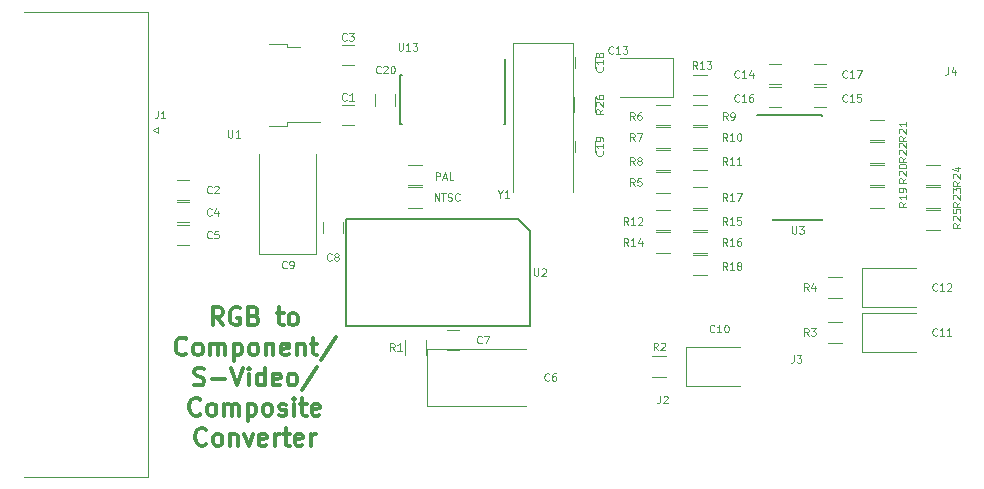
<source format=gto>
G04 #@! TF.FileFunction,Legend,Top*
%FSLAX46Y46*%
G04 Gerber Fmt 4.6, Leading zero omitted, Abs format (unit mm)*
G04 Created by KiCad (PCBNEW 4.0.7) date Sun Feb 25 19:35:09 2018*
%MOMM*%
%LPD*%
G01*
G04 APERTURE LIST*
%ADD10C,0.100000*%
%ADD11C,0.114300*%
%ADD12C,0.300000*%
%ADD13C,0.120000*%
%ADD14C,0.150000*%
G04 APERTURE END LIST*
D10*
D11*
X103858785Y-91727262D02*
X103858785Y-91092262D01*
X104221643Y-91727262D01*
X104221643Y-91092262D01*
X104433309Y-91092262D02*
X104796166Y-91092262D01*
X104614738Y-91727262D02*
X104614738Y-91092262D01*
X104977595Y-91697024D02*
X105068310Y-91727262D01*
X105219500Y-91727262D01*
X105279976Y-91697024D01*
X105310214Y-91666786D01*
X105340453Y-91606310D01*
X105340453Y-91545833D01*
X105310214Y-91485357D01*
X105279976Y-91455119D01*
X105219500Y-91424881D01*
X105098548Y-91394643D01*
X105038072Y-91364405D01*
X105007833Y-91334167D01*
X104977595Y-91273690D01*
X104977595Y-91213214D01*
X105007833Y-91152738D01*
X105038072Y-91122500D01*
X105098548Y-91092262D01*
X105249738Y-91092262D01*
X105340453Y-91122500D01*
X105975453Y-91666786D02*
X105945215Y-91697024D01*
X105854500Y-91727262D01*
X105794024Y-91727262D01*
X105703310Y-91697024D01*
X105642834Y-91636548D01*
X105612595Y-91576071D01*
X105582357Y-91455119D01*
X105582357Y-91364405D01*
X105612595Y-91243452D01*
X105642834Y-91182976D01*
X105703310Y-91122500D01*
X105794024Y-91092262D01*
X105854500Y-91092262D01*
X105945215Y-91122500D01*
X105975453Y-91152738D01*
X103952523Y-89949262D02*
X103952523Y-89314262D01*
X104194428Y-89314262D01*
X104254904Y-89344500D01*
X104285143Y-89374738D01*
X104315381Y-89435214D01*
X104315381Y-89525929D01*
X104285143Y-89586405D01*
X104254904Y-89616643D01*
X104194428Y-89646881D01*
X103952523Y-89646881D01*
X104557285Y-89767833D02*
X104859666Y-89767833D01*
X104496809Y-89949262D02*
X104708476Y-89314262D01*
X104920143Y-89949262D01*
X105434190Y-89949262D02*
X105131809Y-89949262D01*
X105131809Y-89314262D01*
D12*
X85931715Y-102258571D02*
X85431715Y-101544286D01*
X85074572Y-102258571D02*
X85074572Y-100758571D01*
X85646000Y-100758571D01*
X85788858Y-100830000D01*
X85860286Y-100901429D01*
X85931715Y-101044286D01*
X85931715Y-101258571D01*
X85860286Y-101401429D01*
X85788858Y-101472857D01*
X85646000Y-101544286D01*
X85074572Y-101544286D01*
X87360286Y-100830000D02*
X87217429Y-100758571D01*
X87003143Y-100758571D01*
X86788858Y-100830000D01*
X86646000Y-100972857D01*
X86574572Y-101115714D01*
X86503143Y-101401429D01*
X86503143Y-101615714D01*
X86574572Y-101901429D01*
X86646000Y-102044286D01*
X86788858Y-102187143D01*
X87003143Y-102258571D01*
X87146000Y-102258571D01*
X87360286Y-102187143D01*
X87431715Y-102115714D01*
X87431715Y-101615714D01*
X87146000Y-101615714D01*
X88574572Y-101472857D02*
X88788858Y-101544286D01*
X88860286Y-101615714D01*
X88931715Y-101758571D01*
X88931715Y-101972857D01*
X88860286Y-102115714D01*
X88788858Y-102187143D01*
X88646000Y-102258571D01*
X88074572Y-102258571D01*
X88074572Y-100758571D01*
X88574572Y-100758571D01*
X88717429Y-100830000D01*
X88788858Y-100901429D01*
X88860286Y-101044286D01*
X88860286Y-101187143D01*
X88788858Y-101330000D01*
X88717429Y-101401429D01*
X88574572Y-101472857D01*
X88074572Y-101472857D01*
X90503143Y-101258571D02*
X91074572Y-101258571D01*
X90717429Y-100758571D02*
X90717429Y-102044286D01*
X90788857Y-102187143D01*
X90931715Y-102258571D01*
X91074572Y-102258571D01*
X91788858Y-102258571D02*
X91646000Y-102187143D01*
X91574572Y-102115714D01*
X91503143Y-101972857D01*
X91503143Y-101544286D01*
X91574572Y-101401429D01*
X91646000Y-101330000D01*
X91788858Y-101258571D01*
X92003143Y-101258571D01*
X92146000Y-101330000D01*
X92217429Y-101401429D01*
X92288858Y-101544286D01*
X92288858Y-101972857D01*
X92217429Y-102115714D01*
X92146000Y-102187143D01*
X92003143Y-102258571D01*
X91788858Y-102258571D01*
X82860286Y-104665714D02*
X82788857Y-104737143D01*
X82574571Y-104808571D01*
X82431714Y-104808571D01*
X82217429Y-104737143D01*
X82074571Y-104594286D01*
X82003143Y-104451429D01*
X81931714Y-104165714D01*
X81931714Y-103951429D01*
X82003143Y-103665714D01*
X82074571Y-103522857D01*
X82217429Y-103380000D01*
X82431714Y-103308571D01*
X82574571Y-103308571D01*
X82788857Y-103380000D01*
X82860286Y-103451429D01*
X83717429Y-104808571D02*
X83574571Y-104737143D01*
X83503143Y-104665714D01*
X83431714Y-104522857D01*
X83431714Y-104094286D01*
X83503143Y-103951429D01*
X83574571Y-103880000D01*
X83717429Y-103808571D01*
X83931714Y-103808571D01*
X84074571Y-103880000D01*
X84146000Y-103951429D01*
X84217429Y-104094286D01*
X84217429Y-104522857D01*
X84146000Y-104665714D01*
X84074571Y-104737143D01*
X83931714Y-104808571D01*
X83717429Y-104808571D01*
X84860286Y-104808571D02*
X84860286Y-103808571D01*
X84860286Y-103951429D02*
X84931714Y-103880000D01*
X85074572Y-103808571D01*
X85288857Y-103808571D01*
X85431714Y-103880000D01*
X85503143Y-104022857D01*
X85503143Y-104808571D01*
X85503143Y-104022857D02*
X85574572Y-103880000D01*
X85717429Y-103808571D01*
X85931714Y-103808571D01*
X86074572Y-103880000D01*
X86146000Y-104022857D01*
X86146000Y-104808571D01*
X86860286Y-103808571D02*
X86860286Y-105308571D01*
X86860286Y-103880000D02*
X87003143Y-103808571D01*
X87288857Y-103808571D01*
X87431714Y-103880000D01*
X87503143Y-103951429D01*
X87574572Y-104094286D01*
X87574572Y-104522857D01*
X87503143Y-104665714D01*
X87431714Y-104737143D01*
X87288857Y-104808571D01*
X87003143Y-104808571D01*
X86860286Y-104737143D01*
X88431715Y-104808571D02*
X88288857Y-104737143D01*
X88217429Y-104665714D01*
X88146000Y-104522857D01*
X88146000Y-104094286D01*
X88217429Y-103951429D01*
X88288857Y-103880000D01*
X88431715Y-103808571D01*
X88646000Y-103808571D01*
X88788857Y-103880000D01*
X88860286Y-103951429D01*
X88931715Y-104094286D01*
X88931715Y-104522857D01*
X88860286Y-104665714D01*
X88788857Y-104737143D01*
X88646000Y-104808571D01*
X88431715Y-104808571D01*
X89574572Y-103808571D02*
X89574572Y-104808571D01*
X89574572Y-103951429D02*
X89646000Y-103880000D01*
X89788858Y-103808571D01*
X90003143Y-103808571D01*
X90146000Y-103880000D01*
X90217429Y-104022857D01*
X90217429Y-104808571D01*
X91503143Y-104737143D02*
X91360286Y-104808571D01*
X91074572Y-104808571D01*
X90931715Y-104737143D01*
X90860286Y-104594286D01*
X90860286Y-104022857D01*
X90931715Y-103880000D01*
X91074572Y-103808571D01*
X91360286Y-103808571D01*
X91503143Y-103880000D01*
X91574572Y-104022857D01*
X91574572Y-104165714D01*
X90860286Y-104308571D01*
X92217429Y-103808571D02*
X92217429Y-104808571D01*
X92217429Y-103951429D02*
X92288857Y-103880000D01*
X92431715Y-103808571D01*
X92646000Y-103808571D01*
X92788857Y-103880000D01*
X92860286Y-104022857D01*
X92860286Y-104808571D01*
X93360286Y-103808571D02*
X93931715Y-103808571D01*
X93574572Y-103308571D02*
X93574572Y-104594286D01*
X93646000Y-104737143D01*
X93788858Y-104808571D01*
X93931715Y-104808571D01*
X95503143Y-103237143D02*
X94217429Y-105165714D01*
X83503143Y-107287143D02*
X83717429Y-107358571D01*
X84074572Y-107358571D01*
X84217429Y-107287143D01*
X84288858Y-107215714D01*
X84360286Y-107072857D01*
X84360286Y-106930000D01*
X84288858Y-106787143D01*
X84217429Y-106715714D01*
X84074572Y-106644286D01*
X83788858Y-106572857D01*
X83646000Y-106501429D01*
X83574572Y-106430000D01*
X83503143Y-106287143D01*
X83503143Y-106144286D01*
X83574572Y-106001429D01*
X83646000Y-105930000D01*
X83788858Y-105858571D01*
X84146000Y-105858571D01*
X84360286Y-105930000D01*
X85003143Y-106787143D02*
X86146000Y-106787143D01*
X86646000Y-105858571D02*
X87146000Y-107358571D01*
X87646000Y-105858571D01*
X88146000Y-107358571D02*
X88146000Y-106358571D01*
X88146000Y-105858571D02*
X88074571Y-105930000D01*
X88146000Y-106001429D01*
X88217428Y-105930000D01*
X88146000Y-105858571D01*
X88146000Y-106001429D01*
X89503143Y-107358571D02*
X89503143Y-105858571D01*
X89503143Y-107287143D02*
X89360286Y-107358571D01*
X89074572Y-107358571D01*
X88931714Y-107287143D01*
X88860286Y-107215714D01*
X88788857Y-107072857D01*
X88788857Y-106644286D01*
X88860286Y-106501429D01*
X88931714Y-106430000D01*
X89074572Y-106358571D01*
X89360286Y-106358571D01*
X89503143Y-106430000D01*
X90788857Y-107287143D02*
X90646000Y-107358571D01*
X90360286Y-107358571D01*
X90217429Y-107287143D01*
X90146000Y-107144286D01*
X90146000Y-106572857D01*
X90217429Y-106430000D01*
X90360286Y-106358571D01*
X90646000Y-106358571D01*
X90788857Y-106430000D01*
X90860286Y-106572857D01*
X90860286Y-106715714D01*
X90146000Y-106858571D01*
X91717429Y-107358571D02*
X91574571Y-107287143D01*
X91503143Y-107215714D01*
X91431714Y-107072857D01*
X91431714Y-106644286D01*
X91503143Y-106501429D01*
X91574571Y-106430000D01*
X91717429Y-106358571D01*
X91931714Y-106358571D01*
X92074571Y-106430000D01*
X92146000Y-106501429D01*
X92217429Y-106644286D01*
X92217429Y-107072857D01*
X92146000Y-107215714D01*
X92074571Y-107287143D01*
X91931714Y-107358571D01*
X91717429Y-107358571D01*
X93931714Y-105787143D02*
X92646000Y-107715714D01*
X84038857Y-109765714D02*
X83967428Y-109837143D01*
X83753142Y-109908571D01*
X83610285Y-109908571D01*
X83396000Y-109837143D01*
X83253142Y-109694286D01*
X83181714Y-109551429D01*
X83110285Y-109265714D01*
X83110285Y-109051429D01*
X83181714Y-108765714D01*
X83253142Y-108622857D01*
X83396000Y-108480000D01*
X83610285Y-108408571D01*
X83753142Y-108408571D01*
X83967428Y-108480000D01*
X84038857Y-108551429D01*
X84896000Y-109908571D02*
X84753142Y-109837143D01*
X84681714Y-109765714D01*
X84610285Y-109622857D01*
X84610285Y-109194286D01*
X84681714Y-109051429D01*
X84753142Y-108980000D01*
X84896000Y-108908571D01*
X85110285Y-108908571D01*
X85253142Y-108980000D01*
X85324571Y-109051429D01*
X85396000Y-109194286D01*
X85396000Y-109622857D01*
X85324571Y-109765714D01*
X85253142Y-109837143D01*
X85110285Y-109908571D01*
X84896000Y-109908571D01*
X86038857Y-109908571D02*
X86038857Y-108908571D01*
X86038857Y-109051429D02*
X86110285Y-108980000D01*
X86253143Y-108908571D01*
X86467428Y-108908571D01*
X86610285Y-108980000D01*
X86681714Y-109122857D01*
X86681714Y-109908571D01*
X86681714Y-109122857D02*
X86753143Y-108980000D01*
X86896000Y-108908571D01*
X87110285Y-108908571D01*
X87253143Y-108980000D01*
X87324571Y-109122857D01*
X87324571Y-109908571D01*
X88038857Y-108908571D02*
X88038857Y-110408571D01*
X88038857Y-108980000D02*
X88181714Y-108908571D01*
X88467428Y-108908571D01*
X88610285Y-108980000D01*
X88681714Y-109051429D01*
X88753143Y-109194286D01*
X88753143Y-109622857D01*
X88681714Y-109765714D01*
X88610285Y-109837143D01*
X88467428Y-109908571D01*
X88181714Y-109908571D01*
X88038857Y-109837143D01*
X89610286Y-109908571D02*
X89467428Y-109837143D01*
X89396000Y-109765714D01*
X89324571Y-109622857D01*
X89324571Y-109194286D01*
X89396000Y-109051429D01*
X89467428Y-108980000D01*
X89610286Y-108908571D01*
X89824571Y-108908571D01*
X89967428Y-108980000D01*
X90038857Y-109051429D01*
X90110286Y-109194286D01*
X90110286Y-109622857D01*
X90038857Y-109765714D01*
X89967428Y-109837143D01*
X89824571Y-109908571D01*
X89610286Y-109908571D01*
X90681714Y-109837143D02*
X90824571Y-109908571D01*
X91110286Y-109908571D01*
X91253143Y-109837143D01*
X91324571Y-109694286D01*
X91324571Y-109622857D01*
X91253143Y-109480000D01*
X91110286Y-109408571D01*
X90896000Y-109408571D01*
X90753143Y-109337143D01*
X90681714Y-109194286D01*
X90681714Y-109122857D01*
X90753143Y-108980000D01*
X90896000Y-108908571D01*
X91110286Y-108908571D01*
X91253143Y-108980000D01*
X91967429Y-109908571D02*
X91967429Y-108908571D01*
X91967429Y-108408571D02*
X91896000Y-108480000D01*
X91967429Y-108551429D01*
X92038857Y-108480000D01*
X91967429Y-108408571D01*
X91967429Y-108551429D01*
X92467429Y-108908571D02*
X93038858Y-108908571D01*
X92681715Y-108408571D02*
X92681715Y-109694286D01*
X92753143Y-109837143D01*
X92896001Y-109908571D01*
X93038858Y-109908571D01*
X94110286Y-109837143D02*
X93967429Y-109908571D01*
X93681715Y-109908571D01*
X93538858Y-109837143D01*
X93467429Y-109694286D01*
X93467429Y-109122857D01*
X93538858Y-108980000D01*
X93681715Y-108908571D01*
X93967429Y-108908571D01*
X94110286Y-108980000D01*
X94181715Y-109122857D01*
X94181715Y-109265714D01*
X93467429Y-109408571D01*
X84538858Y-112315714D02*
X84467429Y-112387143D01*
X84253143Y-112458571D01*
X84110286Y-112458571D01*
X83896001Y-112387143D01*
X83753143Y-112244286D01*
X83681715Y-112101429D01*
X83610286Y-111815714D01*
X83610286Y-111601429D01*
X83681715Y-111315714D01*
X83753143Y-111172857D01*
X83896001Y-111030000D01*
X84110286Y-110958571D01*
X84253143Y-110958571D01*
X84467429Y-111030000D01*
X84538858Y-111101429D01*
X85396001Y-112458571D02*
X85253143Y-112387143D01*
X85181715Y-112315714D01*
X85110286Y-112172857D01*
X85110286Y-111744286D01*
X85181715Y-111601429D01*
X85253143Y-111530000D01*
X85396001Y-111458571D01*
X85610286Y-111458571D01*
X85753143Y-111530000D01*
X85824572Y-111601429D01*
X85896001Y-111744286D01*
X85896001Y-112172857D01*
X85824572Y-112315714D01*
X85753143Y-112387143D01*
X85610286Y-112458571D01*
X85396001Y-112458571D01*
X86538858Y-111458571D02*
X86538858Y-112458571D01*
X86538858Y-111601429D02*
X86610286Y-111530000D01*
X86753144Y-111458571D01*
X86967429Y-111458571D01*
X87110286Y-111530000D01*
X87181715Y-111672857D01*
X87181715Y-112458571D01*
X87753144Y-111458571D02*
X88110287Y-112458571D01*
X88467429Y-111458571D01*
X89610286Y-112387143D02*
X89467429Y-112458571D01*
X89181715Y-112458571D01*
X89038858Y-112387143D01*
X88967429Y-112244286D01*
X88967429Y-111672857D01*
X89038858Y-111530000D01*
X89181715Y-111458571D01*
X89467429Y-111458571D01*
X89610286Y-111530000D01*
X89681715Y-111672857D01*
X89681715Y-111815714D01*
X88967429Y-111958571D01*
X90324572Y-112458571D02*
X90324572Y-111458571D01*
X90324572Y-111744286D02*
X90396000Y-111601429D01*
X90467429Y-111530000D01*
X90610286Y-111458571D01*
X90753143Y-111458571D01*
X91038857Y-111458571D02*
X91610286Y-111458571D01*
X91253143Y-110958571D02*
X91253143Y-112244286D01*
X91324571Y-112387143D01*
X91467429Y-112458571D01*
X91610286Y-112458571D01*
X92681714Y-112387143D02*
X92538857Y-112458571D01*
X92253143Y-112458571D01*
X92110286Y-112387143D01*
X92038857Y-112244286D01*
X92038857Y-111672857D01*
X92110286Y-111530000D01*
X92253143Y-111458571D01*
X92538857Y-111458571D01*
X92681714Y-111530000D01*
X92753143Y-111672857D01*
X92753143Y-111815714D01*
X92038857Y-111958571D01*
X93396000Y-112458571D02*
X93396000Y-111458571D01*
X93396000Y-111744286D02*
X93467428Y-111601429D01*
X93538857Y-111530000D01*
X93681714Y-111458571D01*
X93824571Y-111458571D01*
D13*
X89870000Y-85365000D02*
X91370000Y-85365000D01*
X91370000Y-85365000D02*
X91370000Y-85095000D01*
X91370000Y-85095000D02*
X94200000Y-85095000D01*
X89870000Y-78465000D02*
X91370000Y-78465000D01*
X91370000Y-78465000D02*
X91370000Y-78735000D01*
X91370000Y-78735000D02*
X92470000Y-78735000D01*
X103200000Y-104280000D02*
X111600000Y-104280000D01*
X103200000Y-109080000D02*
X111600000Y-109080000D01*
X103200000Y-104280000D02*
X103200000Y-109080000D01*
X97020000Y-83605000D02*
X96020000Y-83605000D01*
X96020000Y-85305000D02*
X97020000Y-85305000D01*
X83050000Y-89955000D02*
X82050000Y-89955000D01*
X82050000Y-91655000D02*
X83050000Y-91655000D01*
X97020000Y-78525000D02*
X96020000Y-78525000D01*
X96020000Y-80225000D02*
X97020000Y-80225000D01*
X83050000Y-91860000D02*
X82050000Y-91860000D01*
X82050000Y-93560000D02*
X83050000Y-93560000D01*
X83050000Y-93765000D02*
X82050000Y-93765000D01*
X82050000Y-95465000D02*
X83050000Y-95465000D01*
X105910000Y-102655000D02*
X104910000Y-102655000D01*
X104910000Y-104355000D02*
X105910000Y-104355000D01*
X94400000Y-93480000D02*
X94400000Y-94480000D01*
X96100000Y-94480000D02*
X96100000Y-93480000D01*
X89040000Y-96190000D02*
X89040000Y-87790000D01*
X93840000Y-96190000D02*
X93840000Y-87790000D01*
X89040000Y-96190000D02*
X93840000Y-96190000D01*
X125152500Y-104077500D02*
X129702500Y-104077500D01*
X125152500Y-107377500D02*
X129702500Y-107377500D01*
X125152500Y-104077500D02*
X125152500Y-107377500D01*
X140075000Y-101220000D02*
X144625000Y-101220000D01*
X140075000Y-104520000D02*
X144625000Y-104520000D01*
X140075000Y-101220000D02*
X140075000Y-104520000D01*
X140075000Y-97410000D02*
X144625000Y-97410000D01*
X140075000Y-100710000D02*
X144625000Y-100710000D01*
X140075000Y-97410000D02*
X140075000Y-100710000D01*
X124085000Y-82930000D02*
X119535000Y-82930000D01*
X124085000Y-79630000D02*
X119535000Y-79630000D01*
X124085000Y-82930000D02*
X124085000Y-79630000D01*
X133215000Y-80176000D02*
X132215000Y-80176000D01*
X132215000Y-81876000D02*
X133215000Y-81876000D01*
X137025000Y-82081000D02*
X136025000Y-82081000D01*
X136025000Y-83781000D02*
X137025000Y-83781000D01*
X133215000Y-82081000D02*
X132215000Y-82081000D01*
X132215000Y-83781000D02*
X133215000Y-83781000D01*
X137025000Y-80176000D02*
X136025000Y-80176000D01*
X136025000Y-81876000D02*
X137025000Y-81876000D01*
X69115000Y-75760000D02*
X79595000Y-75760000D01*
X79595000Y-75760000D02*
X79595000Y-115080000D01*
X79595000Y-115080000D02*
X69115000Y-115080000D01*
X80489338Y-85475000D02*
X80489338Y-85975000D01*
X80489338Y-85975000D02*
X80056325Y-85725000D01*
X80056325Y-85725000D02*
X80489338Y-85475000D01*
X103115000Y-103540000D02*
X103115000Y-104740000D01*
X101355000Y-104740000D02*
X101355000Y-103540000D01*
X123472500Y-106607500D02*
X122272500Y-106607500D01*
X122272500Y-104847500D02*
X123472500Y-104847500D01*
X138395000Y-103750000D02*
X137195000Y-103750000D01*
X137195000Y-101990000D02*
X138395000Y-101990000D01*
X138395000Y-99940000D02*
X137195000Y-99940000D01*
X137195000Y-98180000D02*
X138395000Y-98180000D01*
X123790000Y-91050000D02*
X122590000Y-91050000D01*
X122590000Y-89290000D02*
X123790000Y-89290000D01*
X123790000Y-85335000D02*
X122590000Y-85335000D01*
X122590000Y-83575000D02*
X123790000Y-83575000D01*
X123790000Y-87240000D02*
X122590000Y-87240000D01*
X122590000Y-85480000D02*
X123790000Y-85480000D01*
X123790000Y-89145000D02*
X122590000Y-89145000D01*
X122590000Y-87385000D02*
X123790000Y-87385000D01*
X126965000Y-87240000D02*
X125765000Y-87240000D01*
X125765000Y-85480000D02*
X126965000Y-85480000D01*
X125765000Y-83575000D02*
X126965000Y-83575000D01*
X126965000Y-85335000D02*
X125765000Y-85335000D01*
X126965000Y-89145000D02*
X125765000Y-89145000D01*
X125765000Y-87385000D02*
X126965000Y-87385000D01*
X123790000Y-94225000D02*
X122590000Y-94225000D01*
X122590000Y-92465000D02*
X123790000Y-92465000D01*
X126965000Y-82795000D02*
X125765000Y-82795000D01*
X125765000Y-81035000D02*
X126965000Y-81035000D01*
X122590000Y-94370000D02*
X123790000Y-94370000D01*
X123790000Y-96130000D02*
X122590000Y-96130000D01*
X126965000Y-96130000D02*
X125765000Y-96130000D01*
X125765000Y-94370000D02*
X126965000Y-94370000D01*
X125765000Y-92465000D02*
X126965000Y-92465000D01*
X126965000Y-94225000D02*
X125765000Y-94225000D01*
X126965000Y-92320000D02*
X125765000Y-92320000D01*
X125765000Y-90560000D02*
X126965000Y-90560000D01*
X125765000Y-96275000D02*
X126965000Y-96275000D01*
X126965000Y-98035000D02*
X125765000Y-98035000D01*
X141951000Y-92320000D02*
X140751000Y-92320000D01*
X140751000Y-90560000D02*
X141951000Y-90560000D01*
X140751000Y-88655000D02*
X141951000Y-88655000D01*
X141951000Y-90415000D02*
X140751000Y-90415000D01*
X141951000Y-86605000D02*
X140751000Y-86605000D01*
X140751000Y-84845000D02*
X141951000Y-84845000D01*
X140751000Y-86750000D02*
X141951000Y-86750000D01*
X141951000Y-88510000D02*
X140751000Y-88510000D01*
X146650000Y-92320000D02*
X145450000Y-92320000D01*
X145450000Y-90560000D02*
X146650000Y-90560000D01*
X146650000Y-90415000D02*
X145450000Y-90415000D01*
X145450000Y-88655000D02*
X146650000Y-88655000D01*
X146650000Y-94225000D02*
X145450000Y-94225000D01*
X145450000Y-92465000D02*
X146650000Y-92465000D01*
D14*
X110925000Y-93290000D02*
X111925000Y-94290000D01*
X111925000Y-102290000D02*
X111925000Y-94290000D01*
X110925000Y-93290000D02*
X96355000Y-93290000D01*
X96355000Y-93290000D02*
X96355000Y-102290000D01*
X96355000Y-102290000D02*
X111925000Y-102290000D01*
X132545000Y-84450000D02*
X132545000Y-84475000D01*
X136695000Y-84450000D02*
X136695000Y-84565000D01*
X136695000Y-93350000D02*
X136695000Y-93235000D01*
X132545000Y-93350000D02*
X132545000Y-93235000D01*
X132545000Y-84450000D02*
X136695000Y-84450000D01*
X132545000Y-93350000D02*
X136695000Y-93350000D01*
X132545000Y-84475000D02*
X131170000Y-84475000D01*
D13*
X115736000Y-79510000D02*
X115736000Y-80510000D01*
X117436000Y-80510000D02*
X117436000Y-79510000D01*
X115736000Y-86622000D02*
X115736000Y-87622000D01*
X117436000Y-87622000D02*
X117436000Y-86622000D01*
X100545000Y-83685000D02*
X100545000Y-82685000D01*
X98845000Y-82685000D02*
X98845000Y-83685000D01*
X115706000Y-84166000D02*
X115706000Y-82966000D01*
X117466000Y-82966000D02*
X117466000Y-84166000D01*
D14*
X109860000Y-81110000D02*
X109835000Y-81110000D01*
X109860000Y-85260000D02*
X109745000Y-85260000D01*
X100960000Y-85260000D02*
X101075000Y-85260000D01*
X100960000Y-81110000D02*
X101075000Y-81110000D01*
X109860000Y-81110000D02*
X109860000Y-85260000D01*
X100960000Y-81110000D02*
X100960000Y-85260000D01*
X109835000Y-81110000D02*
X109835000Y-79735000D01*
D13*
X115580000Y-90990000D02*
X115580000Y-78390000D01*
X115580000Y-78390000D02*
X110480000Y-78390000D01*
X110480000Y-78390000D02*
X110480000Y-90990000D01*
X102835000Y-92320000D02*
X101635000Y-92320000D01*
X101635000Y-90560000D02*
X102835000Y-90560000D01*
X102835000Y-90415000D02*
X101635000Y-90415000D01*
X101635000Y-88655000D02*
X102835000Y-88655000D01*
D11*
X147362333Y-80424262D02*
X147362333Y-80877833D01*
X147332095Y-80968548D01*
X147271619Y-81029024D01*
X147180904Y-81059262D01*
X147120428Y-81059262D01*
X147936857Y-80635929D02*
X147936857Y-81059262D01*
X147785667Y-80394024D02*
X147634476Y-80847595D01*
X148027572Y-80847595D01*
X86384190Y-85758262D02*
X86384190Y-86272310D01*
X86414429Y-86332786D01*
X86444667Y-86363024D01*
X86505143Y-86393262D01*
X86626095Y-86393262D01*
X86686571Y-86363024D01*
X86716810Y-86332786D01*
X86747048Y-86272310D01*
X86747048Y-85758262D01*
X87382048Y-86393262D02*
X87019190Y-86393262D01*
X87200619Y-86393262D02*
X87200619Y-85758262D01*
X87140143Y-85848976D01*
X87079667Y-85909452D01*
X87019190Y-85939690D01*
X113559167Y-106906786D02*
X113528929Y-106937024D01*
X113438214Y-106967262D01*
X113377738Y-106967262D01*
X113287024Y-106937024D01*
X113226548Y-106876548D01*
X113196309Y-106816071D01*
X113166071Y-106695119D01*
X113166071Y-106604405D01*
X113196309Y-106483452D01*
X113226548Y-106422976D01*
X113287024Y-106362500D01*
X113377738Y-106332262D01*
X113438214Y-106332262D01*
X113528929Y-106362500D01*
X113559167Y-106392738D01*
X114103452Y-106332262D02*
X113982500Y-106332262D01*
X113922024Y-106362500D01*
X113891786Y-106392738D01*
X113831309Y-106483452D01*
X113801071Y-106604405D01*
X113801071Y-106846310D01*
X113831309Y-106906786D01*
X113861548Y-106937024D01*
X113922024Y-106967262D01*
X114042976Y-106967262D01*
X114103452Y-106937024D01*
X114133690Y-106906786D01*
X114163929Y-106846310D01*
X114163929Y-106695119D01*
X114133690Y-106634643D01*
X114103452Y-106604405D01*
X114042976Y-106574167D01*
X113922024Y-106574167D01*
X113861548Y-106604405D01*
X113831309Y-106634643D01*
X113801071Y-106695119D01*
X96414167Y-83181786D02*
X96383929Y-83212024D01*
X96293214Y-83242262D01*
X96232738Y-83242262D01*
X96142024Y-83212024D01*
X96081548Y-83151548D01*
X96051309Y-83091071D01*
X96021071Y-82970119D01*
X96021071Y-82879405D01*
X96051309Y-82758452D01*
X96081548Y-82697976D01*
X96142024Y-82637500D01*
X96232738Y-82607262D01*
X96293214Y-82607262D01*
X96383929Y-82637500D01*
X96414167Y-82667738D01*
X97018929Y-83242262D02*
X96656071Y-83242262D01*
X96837500Y-83242262D02*
X96837500Y-82607262D01*
X96777024Y-82697976D01*
X96716548Y-82758452D01*
X96656071Y-82788690D01*
X84984167Y-91031786D02*
X84953929Y-91062024D01*
X84863214Y-91092262D01*
X84802738Y-91092262D01*
X84712024Y-91062024D01*
X84651548Y-91001548D01*
X84621309Y-90941071D01*
X84591071Y-90820119D01*
X84591071Y-90729405D01*
X84621309Y-90608452D01*
X84651548Y-90547976D01*
X84712024Y-90487500D01*
X84802738Y-90457262D01*
X84863214Y-90457262D01*
X84953929Y-90487500D01*
X84984167Y-90517738D01*
X85226071Y-90517738D02*
X85256309Y-90487500D01*
X85316786Y-90457262D01*
X85467976Y-90457262D01*
X85528452Y-90487500D01*
X85558690Y-90517738D01*
X85588929Y-90578214D01*
X85588929Y-90638690D01*
X85558690Y-90729405D01*
X85195833Y-91092262D01*
X85588929Y-91092262D01*
X96414167Y-78101786D02*
X96383929Y-78132024D01*
X96293214Y-78162262D01*
X96232738Y-78162262D01*
X96142024Y-78132024D01*
X96081548Y-78071548D01*
X96051309Y-78011071D01*
X96021071Y-77890119D01*
X96021071Y-77799405D01*
X96051309Y-77678452D01*
X96081548Y-77617976D01*
X96142024Y-77557500D01*
X96232738Y-77527262D01*
X96293214Y-77527262D01*
X96383929Y-77557500D01*
X96414167Y-77587738D01*
X96625833Y-77527262D02*
X97018929Y-77527262D01*
X96807262Y-77769167D01*
X96897976Y-77769167D01*
X96958452Y-77799405D01*
X96988690Y-77829643D01*
X97018929Y-77890119D01*
X97018929Y-78041310D01*
X96988690Y-78101786D01*
X96958452Y-78132024D01*
X96897976Y-78162262D01*
X96716548Y-78162262D01*
X96656071Y-78132024D01*
X96625833Y-78101786D01*
X84984167Y-92936786D02*
X84953929Y-92967024D01*
X84863214Y-92997262D01*
X84802738Y-92997262D01*
X84712024Y-92967024D01*
X84651548Y-92906548D01*
X84621309Y-92846071D01*
X84591071Y-92725119D01*
X84591071Y-92634405D01*
X84621309Y-92513452D01*
X84651548Y-92452976D01*
X84712024Y-92392500D01*
X84802738Y-92362262D01*
X84863214Y-92362262D01*
X84953929Y-92392500D01*
X84984167Y-92422738D01*
X85528452Y-92573929D02*
X85528452Y-92997262D01*
X85377262Y-92332024D02*
X85226071Y-92785595D01*
X85619167Y-92785595D01*
X84984167Y-94841786D02*
X84953929Y-94872024D01*
X84863214Y-94902262D01*
X84802738Y-94902262D01*
X84712024Y-94872024D01*
X84651548Y-94811548D01*
X84621309Y-94751071D01*
X84591071Y-94630119D01*
X84591071Y-94539405D01*
X84621309Y-94418452D01*
X84651548Y-94357976D01*
X84712024Y-94297500D01*
X84802738Y-94267262D01*
X84863214Y-94267262D01*
X84953929Y-94297500D01*
X84984167Y-94327738D01*
X85558690Y-94267262D02*
X85256309Y-94267262D01*
X85226071Y-94569643D01*
X85256309Y-94539405D01*
X85316786Y-94509167D01*
X85467976Y-94509167D01*
X85528452Y-94539405D01*
X85558690Y-94569643D01*
X85588929Y-94630119D01*
X85588929Y-94781310D01*
X85558690Y-94841786D01*
X85528452Y-94872024D01*
X85467976Y-94902262D01*
X85316786Y-94902262D01*
X85256309Y-94872024D01*
X85226071Y-94841786D01*
X107844167Y-103731786D02*
X107813929Y-103762024D01*
X107723214Y-103792262D01*
X107662738Y-103792262D01*
X107572024Y-103762024D01*
X107511548Y-103701548D01*
X107481309Y-103641071D01*
X107451071Y-103520119D01*
X107451071Y-103429405D01*
X107481309Y-103308452D01*
X107511548Y-103247976D01*
X107572024Y-103187500D01*
X107662738Y-103157262D01*
X107723214Y-103157262D01*
X107813929Y-103187500D01*
X107844167Y-103217738D01*
X108055833Y-103157262D02*
X108479167Y-103157262D01*
X108207024Y-103792262D01*
X95144167Y-96746786D02*
X95113929Y-96777024D01*
X95023214Y-96807262D01*
X94962738Y-96807262D01*
X94872024Y-96777024D01*
X94811548Y-96716548D01*
X94781309Y-96656071D01*
X94751071Y-96535119D01*
X94751071Y-96444405D01*
X94781309Y-96323452D01*
X94811548Y-96262976D01*
X94872024Y-96202500D01*
X94962738Y-96172262D01*
X95023214Y-96172262D01*
X95113929Y-96202500D01*
X95144167Y-96232738D01*
X95507024Y-96444405D02*
X95446548Y-96414167D01*
X95416309Y-96383929D01*
X95386071Y-96323452D01*
X95386071Y-96293214D01*
X95416309Y-96232738D01*
X95446548Y-96202500D01*
X95507024Y-96172262D01*
X95627976Y-96172262D01*
X95688452Y-96202500D01*
X95718690Y-96232738D01*
X95748929Y-96293214D01*
X95748929Y-96323452D01*
X95718690Y-96383929D01*
X95688452Y-96414167D01*
X95627976Y-96444405D01*
X95507024Y-96444405D01*
X95446548Y-96474643D01*
X95416309Y-96504881D01*
X95386071Y-96565357D01*
X95386071Y-96686310D01*
X95416309Y-96746786D01*
X95446548Y-96777024D01*
X95507024Y-96807262D01*
X95627976Y-96807262D01*
X95688452Y-96777024D01*
X95718690Y-96746786D01*
X95748929Y-96686310D01*
X95748929Y-96565357D01*
X95718690Y-96504881D01*
X95688452Y-96474643D01*
X95627976Y-96444405D01*
X91334167Y-97381786D02*
X91303929Y-97412024D01*
X91213214Y-97442262D01*
X91152738Y-97442262D01*
X91062024Y-97412024D01*
X91001548Y-97351548D01*
X90971309Y-97291071D01*
X90941071Y-97170119D01*
X90941071Y-97079405D01*
X90971309Y-96958452D01*
X91001548Y-96897976D01*
X91062024Y-96837500D01*
X91152738Y-96807262D01*
X91213214Y-96807262D01*
X91303929Y-96837500D01*
X91334167Y-96867738D01*
X91636548Y-97442262D02*
X91757500Y-97442262D01*
X91817976Y-97412024D01*
X91848214Y-97381786D01*
X91908690Y-97291071D01*
X91938929Y-97170119D01*
X91938929Y-96928214D01*
X91908690Y-96867738D01*
X91878452Y-96837500D01*
X91817976Y-96807262D01*
X91697024Y-96807262D01*
X91636548Y-96837500D01*
X91606309Y-96867738D01*
X91576071Y-96928214D01*
X91576071Y-97079405D01*
X91606309Y-97139881D01*
X91636548Y-97170119D01*
X91697024Y-97200357D01*
X91817976Y-97200357D01*
X91878452Y-97170119D01*
X91908690Y-97139881D01*
X91938929Y-97079405D01*
X127544286Y-102804286D02*
X127514048Y-102834524D01*
X127423333Y-102864762D01*
X127362857Y-102864762D01*
X127272143Y-102834524D01*
X127211667Y-102774048D01*
X127181428Y-102713571D01*
X127151190Y-102592619D01*
X127151190Y-102501905D01*
X127181428Y-102380952D01*
X127211667Y-102320476D01*
X127272143Y-102260000D01*
X127362857Y-102229762D01*
X127423333Y-102229762D01*
X127514048Y-102260000D01*
X127544286Y-102290238D01*
X128149048Y-102864762D02*
X127786190Y-102864762D01*
X127967619Y-102864762D02*
X127967619Y-102229762D01*
X127907143Y-102320476D01*
X127846667Y-102380952D01*
X127786190Y-102411190D01*
X128542143Y-102229762D02*
X128602619Y-102229762D01*
X128663095Y-102260000D01*
X128693333Y-102290238D01*
X128723571Y-102350714D01*
X128753810Y-102471667D01*
X128753810Y-102622857D01*
X128723571Y-102743810D01*
X128693333Y-102804286D01*
X128663095Y-102834524D01*
X128602619Y-102864762D01*
X128542143Y-102864762D01*
X128481667Y-102834524D01*
X128451429Y-102804286D01*
X128421190Y-102743810D01*
X128390952Y-102622857D01*
X128390952Y-102471667D01*
X128421190Y-102350714D01*
X128451429Y-102290238D01*
X128481667Y-102260000D01*
X128542143Y-102229762D01*
X146403786Y-103096786D02*
X146373548Y-103127024D01*
X146282833Y-103157262D01*
X146222357Y-103157262D01*
X146131643Y-103127024D01*
X146071167Y-103066548D01*
X146040928Y-103006071D01*
X146010690Y-102885119D01*
X146010690Y-102794405D01*
X146040928Y-102673452D01*
X146071167Y-102612976D01*
X146131643Y-102552500D01*
X146222357Y-102522262D01*
X146282833Y-102522262D01*
X146373548Y-102552500D01*
X146403786Y-102582738D01*
X147008548Y-103157262D02*
X146645690Y-103157262D01*
X146827119Y-103157262D02*
X146827119Y-102522262D01*
X146766643Y-102612976D01*
X146706167Y-102673452D01*
X146645690Y-102703690D01*
X147613310Y-103157262D02*
X147250452Y-103157262D01*
X147431881Y-103157262D02*
X147431881Y-102522262D01*
X147371405Y-102612976D01*
X147310929Y-102673452D01*
X147250452Y-102703690D01*
X146403786Y-99286786D02*
X146373548Y-99317024D01*
X146282833Y-99347262D01*
X146222357Y-99347262D01*
X146131643Y-99317024D01*
X146071167Y-99256548D01*
X146040928Y-99196071D01*
X146010690Y-99075119D01*
X146010690Y-98984405D01*
X146040928Y-98863452D01*
X146071167Y-98802976D01*
X146131643Y-98742500D01*
X146222357Y-98712262D01*
X146282833Y-98712262D01*
X146373548Y-98742500D01*
X146403786Y-98772738D01*
X147008548Y-99347262D02*
X146645690Y-99347262D01*
X146827119Y-99347262D02*
X146827119Y-98712262D01*
X146766643Y-98802976D01*
X146706167Y-98863452D01*
X146645690Y-98893690D01*
X147250452Y-98772738D02*
X147280690Y-98742500D01*
X147341167Y-98712262D01*
X147492357Y-98712262D01*
X147552833Y-98742500D01*
X147583071Y-98772738D01*
X147613310Y-98833214D01*
X147613310Y-98893690D01*
X147583071Y-98984405D01*
X147220214Y-99347262D01*
X147613310Y-99347262D01*
X118971786Y-79220786D02*
X118941548Y-79251024D01*
X118850833Y-79281262D01*
X118790357Y-79281262D01*
X118699643Y-79251024D01*
X118639167Y-79190548D01*
X118608928Y-79130071D01*
X118578690Y-79009119D01*
X118578690Y-78918405D01*
X118608928Y-78797452D01*
X118639167Y-78736976D01*
X118699643Y-78676500D01*
X118790357Y-78646262D01*
X118850833Y-78646262D01*
X118941548Y-78676500D01*
X118971786Y-78706738D01*
X119576548Y-79281262D02*
X119213690Y-79281262D01*
X119395119Y-79281262D02*
X119395119Y-78646262D01*
X119334643Y-78736976D01*
X119274167Y-78797452D01*
X119213690Y-78827690D01*
X119788214Y-78646262D02*
X120181310Y-78646262D01*
X119969643Y-78888167D01*
X120060357Y-78888167D01*
X120120833Y-78918405D01*
X120151071Y-78948643D01*
X120181310Y-79009119D01*
X120181310Y-79160310D01*
X120151071Y-79220786D01*
X120120833Y-79251024D01*
X120060357Y-79281262D01*
X119878929Y-79281262D01*
X119818452Y-79251024D01*
X119788214Y-79220786D01*
X129639786Y-81252786D02*
X129609548Y-81283024D01*
X129518833Y-81313262D01*
X129458357Y-81313262D01*
X129367643Y-81283024D01*
X129307167Y-81222548D01*
X129276928Y-81162071D01*
X129246690Y-81041119D01*
X129246690Y-80950405D01*
X129276928Y-80829452D01*
X129307167Y-80768976D01*
X129367643Y-80708500D01*
X129458357Y-80678262D01*
X129518833Y-80678262D01*
X129609548Y-80708500D01*
X129639786Y-80738738D01*
X130244548Y-81313262D02*
X129881690Y-81313262D01*
X130063119Y-81313262D02*
X130063119Y-80678262D01*
X130002643Y-80768976D01*
X129942167Y-80829452D01*
X129881690Y-80859690D01*
X130788833Y-80889929D02*
X130788833Y-81313262D01*
X130637643Y-80648024D02*
X130486452Y-81101595D01*
X130879548Y-81101595D01*
X138783786Y-83284786D02*
X138753548Y-83315024D01*
X138662833Y-83345262D01*
X138602357Y-83345262D01*
X138511643Y-83315024D01*
X138451167Y-83254548D01*
X138420928Y-83194071D01*
X138390690Y-83073119D01*
X138390690Y-82982405D01*
X138420928Y-82861452D01*
X138451167Y-82800976D01*
X138511643Y-82740500D01*
X138602357Y-82710262D01*
X138662833Y-82710262D01*
X138753548Y-82740500D01*
X138783786Y-82770738D01*
X139388548Y-83345262D02*
X139025690Y-83345262D01*
X139207119Y-83345262D02*
X139207119Y-82710262D01*
X139146643Y-82800976D01*
X139086167Y-82861452D01*
X139025690Y-82891690D01*
X139963071Y-82710262D02*
X139660690Y-82710262D01*
X139630452Y-83012643D01*
X139660690Y-82982405D01*
X139721167Y-82952167D01*
X139872357Y-82952167D01*
X139932833Y-82982405D01*
X139963071Y-83012643D01*
X139993310Y-83073119D01*
X139993310Y-83224310D01*
X139963071Y-83284786D01*
X139932833Y-83315024D01*
X139872357Y-83345262D01*
X139721167Y-83345262D01*
X139660690Y-83315024D01*
X139630452Y-83284786D01*
X129639786Y-83284786D02*
X129609548Y-83315024D01*
X129518833Y-83345262D01*
X129458357Y-83345262D01*
X129367643Y-83315024D01*
X129307167Y-83254548D01*
X129276928Y-83194071D01*
X129246690Y-83073119D01*
X129246690Y-82982405D01*
X129276928Y-82861452D01*
X129307167Y-82800976D01*
X129367643Y-82740500D01*
X129458357Y-82710262D01*
X129518833Y-82710262D01*
X129609548Y-82740500D01*
X129639786Y-82770738D01*
X130244548Y-83345262D02*
X129881690Y-83345262D01*
X130063119Y-83345262D02*
X130063119Y-82710262D01*
X130002643Y-82800976D01*
X129942167Y-82861452D01*
X129881690Y-82891690D01*
X130788833Y-82710262D02*
X130667881Y-82710262D01*
X130607405Y-82740500D01*
X130577167Y-82770738D01*
X130516690Y-82861452D01*
X130486452Y-82982405D01*
X130486452Y-83224310D01*
X130516690Y-83284786D01*
X130546929Y-83315024D01*
X130607405Y-83345262D01*
X130728357Y-83345262D01*
X130788833Y-83315024D01*
X130819071Y-83284786D01*
X130849310Y-83224310D01*
X130849310Y-83073119D01*
X130819071Y-83012643D01*
X130788833Y-82982405D01*
X130728357Y-82952167D01*
X130607405Y-82952167D01*
X130546929Y-82982405D01*
X130516690Y-83012643D01*
X130486452Y-83073119D01*
X138783786Y-81252786D02*
X138753548Y-81283024D01*
X138662833Y-81313262D01*
X138602357Y-81313262D01*
X138511643Y-81283024D01*
X138451167Y-81222548D01*
X138420928Y-81162071D01*
X138390690Y-81041119D01*
X138390690Y-80950405D01*
X138420928Y-80829452D01*
X138451167Y-80768976D01*
X138511643Y-80708500D01*
X138602357Y-80678262D01*
X138662833Y-80678262D01*
X138753548Y-80708500D01*
X138783786Y-80738738D01*
X139388548Y-81313262D02*
X139025690Y-81313262D01*
X139207119Y-81313262D02*
X139207119Y-80678262D01*
X139146643Y-80768976D01*
X139086167Y-80829452D01*
X139025690Y-80859690D01*
X139600214Y-80678262D02*
X140023548Y-80678262D01*
X139751405Y-81313262D01*
X80433333Y-84107262D02*
X80433333Y-84560833D01*
X80403095Y-84651548D01*
X80342619Y-84712024D01*
X80251904Y-84742262D01*
X80191428Y-84742262D01*
X81068334Y-84742262D02*
X80705476Y-84742262D01*
X80886905Y-84742262D02*
X80886905Y-84107262D01*
X80826429Y-84197976D01*
X80765953Y-84258452D01*
X80705476Y-84288690D01*
X100479167Y-104427262D02*
X100267500Y-104124881D01*
X100116309Y-104427262D02*
X100116309Y-103792262D01*
X100358214Y-103792262D01*
X100418690Y-103822500D01*
X100448929Y-103852738D01*
X100479167Y-103913214D01*
X100479167Y-104003929D01*
X100448929Y-104064405D01*
X100418690Y-104094643D01*
X100358214Y-104124881D01*
X100116309Y-104124881D01*
X101083929Y-104427262D02*
X100721071Y-104427262D01*
X100902500Y-104427262D02*
X100902500Y-103792262D01*
X100842024Y-103882976D01*
X100781548Y-103943452D01*
X100721071Y-103973690D01*
X122766667Y-104364762D02*
X122555000Y-104062381D01*
X122403809Y-104364762D02*
X122403809Y-103729762D01*
X122645714Y-103729762D01*
X122706190Y-103760000D01*
X122736429Y-103790238D01*
X122766667Y-103850714D01*
X122766667Y-103941429D01*
X122736429Y-104001905D01*
X122706190Y-104032143D01*
X122645714Y-104062381D01*
X122403809Y-104062381D01*
X123008571Y-103790238D02*
X123038809Y-103760000D01*
X123099286Y-103729762D01*
X123250476Y-103729762D01*
X123310952Y-103760000D01*
X123341190Y-103790238D01*
X123371429Y-103850714D01*
X123371429Y-103911190D01*
X123341190Y-104001905D01*
X122978333Y-104364762D01*
X123371429Y-104364762D01*
X135530167Y-103157262D02*
X135318500Y-102854881D01*
X135167309Y-103157262D02*
X135167309Y-102522262D01*
X135409214Y-102522262D01*
X135469690Y-102552500D01*
X135499929Y-102582738D01*
X135530167Y-102643214D01*
X135530167Y-102733929D01*
X135499929Y-102794405D01*
X135469690Y-102824643D01*
X135409214Y-102854881D01*
X135167309Y-102854881D01*
X135741833Y-102522262D02*
X136134929Y-102522262D01*
X135923262Y-102764167D01*
X136013976Y-102764167D01*
X136074452Y-102794405D01*
X136104690Y-102824643D01*
X136134929Y-102885119D01*
X136134929Y-103036310D01*
X136104690Y-103096786D01*
X136074452Y-103127024D01*
X136013976Y-103157262D01*
X135832548Y-103157262D01*
X135772071Y-103127024D01*
X135741833Y-103096786D01*
X135530167Y-99347262D02*
X135318500Y-99044881D01*
X135167309Y-99347262D02*
X135167309Y-98712262D01*
X135409214Y-98712262D01*
X135469690Y-98742500D01*
X135499929Y-98772738D01*
X135530167Y-98833214D01*
X135530167Y-98923929D01*
X135499929Y-98984405D01*
X135469690Y-99014643D01*
X135409214Y-99044881D01*
X135167309Y-99044881D01*
X136074452Y-98923929D02*
X136074452Y-99347262D01*
X135923262Y-98682024D02*
X135772071Y-99135595D01*
X136165167Y-99135595D01*
X120798167Y-90457262D02*
X120586500Y-90154881D01*
X120435309Y-90457262D02*
X120435309Y-89822262D01*
X120677214Y-89822262D01*
X120737690Y-89852500D01*
X120767929Y-89882738D01*
X120798167Y-89943214D01*
X120798167Y-90033929D01*
X120767929Y-90094405D01*
X120737690Y-90124643D01*
X120677214Y-90154881D01*
X120435309Y-90154881D01*
X121372690Y-89822262D02*
X121070309Y-89822262D01*
X121040071Y-90124643D01*
X121070309Y-90094405D01*
X121130786Y-90064167D01*
X121281976Y-90064167D01*
X121342452Y-90094405D01*
X121372690Y-90124643D01*
X121402929Y-90185119D01*
X121402929Y-90336310D01*
X121372690Y-90396786D01*
X121342452Y-90427024D01*
X121281976Y-90457262D01*
X121130786Y-90457262D01*
X121070309Y-90427024D01*
X121040071Y-90396786D01*
X120798167Y-84869262D02*
X120586500Y-84566881D01*
X120435309Y-84869262D02*
X120435309Y-84234262D01*
X120677214Y-84234262D01*
X120737690Y-84264500D01*
X120767929Y-84294738D01*
X120798167Y-84355214D01*
X120798167Y-84445929D01*
X120767929Y-84506405D01*
X120737690Y-84536643D01*
X120677214Y-84566881D01*
X120435309Y-84566881D01*
X121342452Y-84234262D02*
X121221500Y-84234262D01*
X121161024Y-84264500D01*
X121130786Y-84294738D01*
X121070309Y-84385452D01*
X121040071Y-84506405D01*
X121040071Y-84748310D01*
X121070309Y-84808786D01*
X121100548Y-84839024D01*
X121161024Y-84869262D01*
X121281976Y-84869262D01*
X121342452Y-84839024D01*
X121372690Y-84808786D01*
X121402929Y-84748310D01*
X121402929Y-84597119D01*
X121372690Y-84536643D01*
X121342452Y-84506405D01*
X121281976Y-84476167D01*
X121161024Y-84476167D01*
X121100548Y-84506405D01*
X121070309Y-84536643D01*
X121040071Y-84597119D01*
X120798167Y-86647262D02*
X120586500Y-86344881D01*
X120435309Y-86647262D02*
X120435309Y-86012262D01*
X120677214Y-86012262D01*
X120737690Y-86042500D01*
X120767929Y-86072738D01*
X120798167Y-86133214D01*
X120798167Y-86223929D01*
X120767929Y-86284405D01*
X120737690Y-86314643D01*
X120677214Y-86344881D01*
X120435309Y-86344881D01*
X121009833Y-86012262D02*
X121433167Y-86012262D01*
X121161024Y-86647262D01*
X120798167Y-88679262D02*
X120586500Y-88376881D01*
X120435309Y-88679262D02*
X120435309Y-88044262D01*
X120677214Y-88044262D01*
X120737690Y-88074500D01*
X120767929Y-88104738D01*
X120798167Y-88165214D01*
X120798167Y-88255929D01*
X120767929Y-88316405D01*
X120737690Y-88346643D01*
X120677214Y-88376881D01*
X120435309Y-88376881D01*
X121161024Y-88316405D02*
X121100548Y-88286167D01*
X121070309Y-88255929D01*
X121040071Y-88195452D01*
X121040071Y-88165214D01*
X121070309Y-88104738D01*
X121100548Y-88074500D01*
X121161024Y-88044262D01*
X121281976Y-88044262D01*
X121342452Y-88074500D01*
X121372690Y-88104738D01*
X121402929Y-88165214D01*
X121402929Y-88195452D01*
X121372690Y-88255929D01*
X121342452Y-88286167D01*
X121281976Y-88316405D01*
X121161024Y-88316405D01*
X121100548Y-88346643D01*
X121070309Y-88376881D01*
X121040071Y-88437357D01*
X121040071Y-88558310D01*
X121070309Y-88618786D01*
X121100548Y-88649024D01*
X121161024Y-88679262D01*
X121281976Y-88679262D01*
X121342452Y-88649024D01*
X121372690Y-88618786D01*
X121402929Y-88558310D01*
X121402929Y-88437357D01*
X121372690Y-88376881D01*
X121342452Y-88346643D01*
X121281976Y-88316405D01*
X128672167Y-84869262D02*
X128460500Y-84566881D01*
X128309309Y-84869262D02*
X128309309Y-84234262D01*
X128551214Y-84234262D01*
X128611690Y-84264500D01*
X128641929Y-84294738D01*
X128672167Y-84355214D01*
X128672167Y-84445929D01*
X128641929Y-84506405D01*
X128611690Y-84536643D01*
X128551214Y-84566881D01*
X128309309Y-84566881D01*
X128974548Y-84869262D02*
X129095500Y-84869262D01*
X129155976Y-84839024D01*
X129186214Y-84808786D01*
X129246690Y-84718071D01*
X129276929Y-84597119D01*
X129276929Y-84355214D01*
X129246690Y-84294738D01*
X129216452Y-84264500D01*
X129155976Y-84234262D01*
X129035024Y-84234262D01*
X128974548Y-84264500D01*
X128944309Y-84294738D01*
X128914071Y-84355214D01*
X128914071Y-84506405D01*
X128944309Y-84566881D01*
X128974548Y-84597119D01*
X129035024Y-84627357D01*
X129155976Y-84627357D01*
X129216452Y-84597119D01*
X129246690Y-84566881D01*
X129276929Y-84506405D01*
X128623786Y-86647262D02*
X128412119Y-86344881D01*
X128260928Y-86647262D02*
X128260928Y-86012262D01*
X128502833Y-86012262D01*
X128563309Y-86042500D01*
X128593548Y-86072738D01*
X128623786Y-86133214D01*
X128623786Y-86223929D01*
X128593548Y-86284405D01*
X128563309Y-86314643D01*
X128502833Y-86344881D01*
X128260928Y-86344881D01*
X129228548Y-86647262D02*
X128865690Y-86647262D01*
X129047119Y-86647262D02*
X129047119Y-86012262D01*
X128986643Y-86102976D01*
X128926167Y-86163452D01*
X128865690Y-86193690D01*
X129621643Y-86012262D02*
X129682119Y-86012262D01*
X129742595Y-86042500D01*
X129772833Y-86072738D01*
X129803071Y-86133214D01*
X129833310Y-86254167D01*
X129833310Y-86405357D01*
X129803071Y-86526310D01*
X129772833Y-86586786D01*
X129742595Y-86617024D01*
X129682119Y-86647262D01*
X129621643Y-86647262D01*
X129561167Y-86617024D01*
X129530929Y-86586786D01*
X129500690Y-86526310D01*
X129470452Y-86405357D01*
X129470452Y-86254167D01*
X129500690Y-86133214D01*
X129530929Y-86072738D01*
X129561167Y-86042500D01*
X129621643Y-86012262D01*
X128623786Y-88679262D02*
X128412119Y-88376881D01*
X128260928Y-88679262D02*
X128260928Y-88044262D01*
X128502833Y-88044262D01*
X128563309Y-88074500D01*
X128593548Y-88104738D01*
X128623786Y-88165214D01*
X128623786Y-88255929D01*
X128593548Y-88316405D01*
X128563309Y-88346643D01*
X128502833Y-88376881D01*
X128260928Y-88376881D01*
X129228548Y-88679262D02*
X128865690Y-88679262D01*
X129047119Y-88679262D02*
X129047119Y-88044262D01*
X128986643Y-88134976D01*
X128926167Y-88195452D01*
X128865690Y-88225690D01*
X129833310Y-88679262D02*
X129470452Y-88679262D01*
X129651881Y-88679262D02*
X129651881Y-88044262D01*
X129591405Y-88134976D01*
X129530929Y-88195452D01*
X129470452Y-88225690D01*
X120241786Y-93759262D02*
X120030119Y-93456881D01*
X119878928Y-93759262D02*
X119878928Y-93124262D01*
X120120833Y-93124262D01*
X120181309Y-93154500D01*
X120211548Y-93184738D01*
X120241786Y-93245214D01*
X120241786Y-93335929D01*
X120211548Y-93396405D01*
X120181309Y-93426643D01*
X120120833Y-93456881D01*
X119878928Y-93456881D01*
X120846548Y-93759262D02*
X120483690Y-93759262D01*
X120665119Y-93759262D02*
X120665119Y-93124262D01*
X120604643Y-93214976D01*
X120544167Y-93275452D01*
X120483690Y-93305690D01*
X121088452Y-93184738D02*
X121118690Y-93154500D01*
X121179167Y-93124262D01*
X121330357Y-93124262D01*
X121390833Y-93154500D01*
X121421071Y-93184738D01*
X121451310Y-93245214D01*
X121451310Y-93305690D01*
X121421071Y-93396405D01*
X121058214Y-93759262D01*
X121451310Y-93759262D01*
X126083786Y-80551262D02*
X125872119Y-80248881D01*
X125720928Y-80551262D02*
X125720928Y-79916262D01*
X125962833Y-79916262D01*
X126023309Y-79946500D01*
X126053548Y-79976738D01*
X126083786Y-80037214D01*
X126083786Y-80127929D01*
X126053548Y-80188405D01*
X126023309Y-80218643D01*
X125962833Y-80248881D01*
X125720928Y-80248881D01*
X126688548Y-80551262D02*
X126325690Y-80551262D01*
X126507119Y-80551262D02*
X126507119Y-79916262D01*
X126446643Y-80006976D01*
X126386167Y-80067452D01*
X126325690Y-80097690D01*
X126900214Y-79916262D02*
X127293310Y-79916262D01*
X127081643Y-80158167D01*
X127172357Y-80158167D01*
X127232833Y-80188405D01*
X127263071Y-80218643D01*
X127293310Y-80279119D01*
X127293310Y-80430310D01*
X127263071Y-80490786D01*
X127232833Y-80521024D01*
X127172357Y-80551262D01*
X126990929Y-80551262D01*
X126930452Y-80521024D01*
X126900214Y-80490786D01*
X120241786Y-95537262D02*
X120030119Y-95234881D01*
X119878928Y-95537262D02*
X119878928Y-94902262D01*
X120120833Y-94902262D01*
X120181309Y-94932500D01*
X120211548Y-94962738D01*
X120241786Y-95023214D01*
X120241786Y-95113929D01*
X120211548Y-95174405D01*
X120181309Y-95204643D01*
X120120833Y-95234881D01*
X119878928Y-95234881D01*
X120846548Y-95537262D02*
X120483690Y-95537262D01*
X120665119Y-95537262D02*
X120665119Y-94902262D01*
X120604643Y-94992976D01*
X120544167Y-95053452D01*
X120483690Y-95083690D01*
X121390833Y-95113929D02*
X121390833Y-95537262D01*
X121239643Y-94872024D02*
X121088452Y-95325595D01*
X121481548Y-95325595D01*
X128623786Y-93759262D02*
X128412119Y-93456881D01*
X128260928Y-93759262D02*
X128260928Y-93124262D01*
X128502833Y-93124262D01*
X128563309Y-93154500D01*
X128593548Y-93184738D01*
X128623786Y-93245214D01*
X128623786Y-93335929D01*
X128593548Y-93396405D01*
X128563309Y-93426643D01*
X128502833Y-93456881D01*
X128260928Y-93456881D01*
X129228548Y-93759262D02*
X128865690Y-93759262D01*
X129047119Y-93759262D02*
X129047119Y-93124262D01*
X128986643Y-93214976D01*
X128926167Y-93275452D01*
X128865690Y-93305690D01*
X129803071Y-93124262D02*
X129500690Y-93124262D01*
X129470452Y-93426643D01*
X129500690Y-93396405D01*
X129561167Y-93366167D01*
X129712357Y-93366167D01*
X129772833Y-93396405D01*
X129803071Y-93426643D01*
X129833310Y-93487119D01*
X129833310Y-93638310D01*
X129803071Y-93698786D01*
X129772833Y-93729024D01*
X129712357Y-93759262D01*
X129561167Y-93759262D01*
X129500690Y-93729024D01*
X129470452Y-93698786D01*
X128623786Y-95537262D02*
X128412119Y-95234881D01*
X128260928Y-95537262D02*
X128260928Y-94902262D01*
X128502833Y-94902262D01*
X128563309Y-94932500D01*
X128593548Y-94962738D01*
X128623786Y-95023214D01*
X128623786Y-95113929D01*
X128593548Y-95174405D01*
X128563309Y-95204643D01*
X128502833Y-95234881D01*
X128260928Y-95234881D01*
X129228548Y-95537262D02*
X128865690Y-95537262D01*
X129047119Y-95537262D02*
X129047119Y-94902262D01*
X128986643Y-94992976D01*
X128926167Y-95053452D01*
X128865690Y-95083690D01*
X129772833Y-94902262D02*
X129651881Y-94902262D01*
X129591405Y-94932500D01*
X129561167Y-94962738D01*
X129500690Y-95053452D01*
X129470452Y-95174405D01*
X129470452Y-95416310D01*
X129500690Y-95476786D01*
X129530929Y-95507024D01*
X129591405Y-95537262D01*
X129712357Y-95537262D01*
X129772833Y-95507024D01*
X129803071Y-95476786D01*
X129833310Y-95416310D01*
X129833310Y-95265119D01*
X129803071Y-95204643D01*
X129772833Y-95174405D01*
X129712357Y-95144167D01*
X129591405Y-95144167D01*
X129530929Y-95174405D01*
X129500690Y-95204643D01*
X129470452Y-95265119D01*
X128623786Y-91727262D02*
X128412119Y-91424881D01*
X128260928Y-91727262D02*
X128260928Y-91092262D01*
X128502833Y-91092262D01*
X128563309Y-91122500D01*
X128593548Y-91152738D01*
X128623786Y-91213214D01*
X128623786Y-91303929D01*
X128593548Y-91364405D01*
X128563309Y-91394643D01*
X128502833Y-91424881D01*
X128260928Y-91424881D01*
X129228548Y-91727262D02*
X128865690Y-91727262D01*
X129047119Y-91727262D02*
X129047119Y-91092262D01*
X128986643Y-91182976D01*
X128926167Y-91243452D01*
X128865690Y-91273690D01*
X129440214Y-91092262D02*
X129863548Y-91092262D01*
X129591405Y-91727262D01*
X128623786Y-97569262D02*
X128412119Y-97266881D01*
X128260928Y-97569262D02*
X128260928Y-96934262D01*
X128502833Y-96934262D01*
X128563309Y-96964500D01*
X128593548Y-96994738D01*
X128623786Y-97055214D01*
X128623786Y-97145929D01*
X128593548Y-97206405D01*
X128563309Y-97236643D01*
X128502833Y-97266881D01*
X128260928Y-97266881D01*
X129228548Y-97569262D02*
X128865690Y-97569262D01*
X129047119Y-97569262D02*
X129047119Y-96934262D01*
X128986643Y-97024976D01*
X128926167Y-97085452D01*
X128865690Y-97115690D01*
X129591405Y-97206405D02*
X129530929Y-97176167D01*
X129500690Y-97145929D01*
X129470452Y-97085452D01*
X129470452Y-97055214D01*
X129500690Y-96994738D01*
X129530929Y-96964500D01*
X129591405Y-96934262D01*
X129712357Y-96934262D01*
X129772833Y-96964500D01*
X129803071Y-96994738D01*
X129833310Y-97055214D01*
X129833310Y-97085452D01*
X129803071Y-97145929D01*
X129772833Y-97176167D01*
X129712357Y-97206405D01*
X129591405Y-97206405D01*
X129530929Y-97236643D01*
X129500690Y-97266881D01*
X129470452Y-97327357D01*
X129470452Y-97448310D01*
X129500690Y-97508786D01*
X129530929Y-97539024D01*
X129591405Y-97569262D01*
X129712357Y-97569262D01*
X129772833Y-97539024D01*
X129803071Y-97508786D01*
X129833310Y-97448310D01*
X129833310Y-97327357D01*
X129803071Y-97266881D01*
X129772833Y-97236643D01*
X129712357Y-97206405D01*
X143797262Y-91848214D02*
X143494881Y-92059881D01*
X143797262Y-92211072D02*
X143162262Y-92211072D01*
X143162262Y-91969167D01*
X143192500Y-91908691D01*
X143222738Y-91878452D01*
X143283214Y-91848214D01*
X143373929Y-91848214D01*
X143434405Y-91878452D01*
X143464643Y-91908691D01*
X143494881Y-91969167D01*
X143494881Y-92211072D01*
X143797262Y-91243452D02*
X143797262Y-91606310D01*
X143797262Y-91424881D02*
X143162262Y-91424881D01*
X143252976Y-91485357D01*
X143313452Y-91545833D01*
X143343690Y-91606310D01*
X143797262Y-90941071D02*
X143797262Y-90820119D01*
X143767024Y-90759643D01*
X143736786Y-90729405D01*
X143646071Y-90668929D01*
X143525119Y-90638690D01*
X143283214Y-90638690D01*
X143222738Y-90668929D01*
X143192500Y-90699167D01*
X143162262Y-90759643D01*
X143162262Y-90880595D01*
X143192500Y-90941071D01*
X143222738Y-90971310D01*
X143283214Y-91001548D01*
X143434405Y-91001548D01*
X143494881Y-90971310D01*
X143525119Y-90941071D01*
X143555357Y-90880595D01*
X143555357Y-90759643D01*
X143525119Y-90699167D01*
X143494881Y-90668929D01*
X143434405Y-90638690D01*
X143797262Y-89816214D02*
X143494881Y-90027881D01*
X143797262Y-90179072D02*
X143162262Y-90179072D01*
X143162262Y-89937167D01*
X143192500Y-89876691D01*
X143222738Y-89846452D01*
X143283214Y-89816214D01*
X143373929Y-89816214D01*
X143434405Y-89846452D01*
X143464643Y-89876691D01*
X143494881Y-89937167D01*
X143494881Y-90179072D01*
X143222738Y-89574310D02*
X143192500Y-89544072D01*
X143162262Y-89483595D01*
X143162262Y-89332405D01*
X143192500Y-89271929D01*
X143222738Y-89241691D01*
X143283214Y-89211452D01*
X143343690Y-89211452D01*
X143434405Y-89241691D01*
X143797262Y-89604548D01*
X143797262Y-89211452D01*
X143162262Y-88818357D02*
X143162262Y-88757881D01*
X143192500Y-88697405D01*
X143222738Y-88667167D01*
X143283214Y-88636929D01*
X143404167Y-88606690D01*
X143555357Y-88606690D01*
X143676310Y-88636929D01*
X143736786Y-88667167D01*
X143767024Y-88697405D01*
X143797262Y-88757881D01*
X143797262Y-88818357D01*
X143767024Y-88878833D01*
X143736786Y-88909071D01*
X143676310Y-88939310D01*
X143555357Y-88969548D01*
X143404167Y-88969548D01*
X143283214Y-88939310D01*
X143222738Y-88909071D01*
X143192500Y-88878833D01*
X143162262Y-88818357D01*
X143797262Y-86260214D02*
X143494881Y-86471881D01*
X143797262Y-86623072D02*
X143162262Y-86623072D01*
X143162262Y-86381167D01*
X143192500Y-86320691D01*
X143222738Y-86290452D01*
X143283214Y-86260214D01*
X143373929Y-86260214D01*
X143434405Y-86290452D01*
X143464643Y-86320691D01*
X143494881Y-86381167D01*
X143494881Y-86623072D01*
X143222738Y-86018310D02*
X143192500Y-85988072D01*
X143162262Y-85927595D01*
X143162262Y-85776405D01*
X143192500Y-85715929D01*
X143222738Y-85685691D01*
X143283214Y-85655452D01*
X143343690Y-85655452D01*
X143434405Y-85685691D01*
X143797262Y-86048548D01*
X143797262Y-85655452D01*
X143797262Y-85050690D02*
X143797262Y-85413548D01*
X143797262Y-85232119D02*
X143162262Y-85232119D01*
X143252976Y-85292595D01*
X143313452Y-85353071D01*
X143343690Y-85413548D01*
X143797262Y-88038214D02*
X143494881Y-88249881D01*
X143797262Y-88401072D02*
X143162262Y-88401072D01*
X143162262Y-88159167D01*
X143192500Y-88098691D01*
X143222738Y-88068452D01*
X143283214Y-88038214D01*
X143373929Y-88038214D01*
X143434405Y-88068452D01*
X143464643Y-88098691D01*
X143494881Y-88159167D01*
X143494881Y-88401072D01*
X143222738Y-87796310D02*
X143192500Y-87766072D01*
X143162262Y-87705595D01*
X143162262Y-87554405D01*
X143192500Y-87493929D01*
X143222738Y-87463691D01*
X143283214Y-87433452D01*
X143343690Y-87433452D01*
X143434405Y-87463691D01*
X143797262Y-87826548D01*
X143797262Y-87433452D01*
X143222738Y-87191548D02*
X143192500Y-87161310D01*
X143162262Y-87100833D01*
X143162262Y-86949643D01*
X143192500Y-86889167D01*
X143222738Y-86858929D01*
X143283214Y-86828690D01*
X143343690Y-86828690D01*
X143434405Y-86858929D01*
X143797262Y-87221786D01*
X143797262Y-86828690D01*
X148369262Y-91848214D02*
X148066881Y-92059881D01*
X148369262Y-92211072D02*
X147734262Y-92211072D01*
X147734262Y-91969167D01*
X147764500Y-91908691D01*
X147794738Y-91878452D01*
X147855214Y-91848214D01*
X147945929Y-91848214D01*
X148006405Y-91878452D01*
X148036643Y-91908691D01*
X148066881Y-91969167D01*
X148066881Y-92211072D01*
X147794738Y-91606310D02*
X147764500Y-91576072D01*
X147734262Y-91515595D01*
X147734262Y-91364405D01*
X147764500Y-91303929D01*
X147794738Y-91273691D01*
X147855214Y-91243452D01*
X147915690Y-91243452D01*
X148006405Y-91273691D01*
X148369262Y-91636548D01*
X148369262Y-91243452D01*
X147734262Y-91031786D02*
X147734262Y-90638690D01*
X147976167Y-90850357D01*
X147976167Y-90759643D01*
X148006405Y-90699167D01*
X148036643Y-90668929D01*
X148097119Y-90638690D01*
X148248310Y-90638690D01*
X148308786Y-90668929D01*
X148339024Y-90699167D01*
X148369262Y-90759643D01*
X148369262Y-90941071D01*
X148339024Y-91001548D01*
X148308786Y-91031786D01*
X148369262Y-90070214D02*
X148066881Y-90281881D01*
X148369262Y-90433072D02*
X147734262Y-90433072D01*
X147734262Y-90191167D01*
X147764500Y-90130691D01*
X147794738Y-90100452D01*
X147855214Y-90070214D01*
X147945929Y-90070214D01*
X148006405Y-90100452D01*
X148036643Y-90130691D01*
X148066881Y-90191167D01*
X148066881Y-90433072D01*
X147794738Y-89828310D02*
X147764500Y-89798072D01*
X147734262Y-89737595D01*
X147734262Y-89586405D01*
X147764500Y-89525929D01*
X147794738Y-89495691D01*
X147855214Y-89465452D01*
X147915690Y-89465452D01*
X148006405Y-89495691D01*
X148369262Y-89858548D01*
X148369262Y-89465452D01*
X147945929Y-88921167D02*
X148369262Y-88921167D01*
X147704024Y-89072357D02*
X148157595Y-89223548D01*
X148157595Y-88830452D01*
X148369262Y-93626214D02*
X148066881Y-93837881D01*
X148369262Y-93989072D02*
X147734262Y-93989072D01*
X147734262Y-93747167D01*
X147764500Y-93686691D01*
X147794738Y-93656452D01*
X147855214Y-93626214D01*
X147945929Y-93626214D01*
X148006405Y-93656452D01*
X148036643Y-93686691D01*
X148066881Y-93747167D01*
X148066881Y-93989072D01*
X147794738Y-93384310D02*
X147764500Y-93354072D01*
X147734262Y-93293595D01*
X147734262Y-93142405D01*
X147764500Y-93081929D01*
X147794738Y-93051691D01*
X147855214Y-93021452D01*
X147915690Y-93021452D01*
X148006405Y-93051691D01*
X148369262Y-93414548D01*
X148369262Y-93021452D01*
X147734262Y-92446929D02*
X147734262Y-92749310D01*
X148036643Y-92779548D01*
X148006405Y-92749310D01*
X147976167Y-92688833D01*
X147976167Y-92537643D01*
X148006405Y-92477167D01*
X148036643Y-92446929D01*
X148097119Y-92416690D01*
X148248310Y-92416690D01*
X148308786Y-92446929D01*
X148339024Y-92477167D01*
X148369262Y-92537643D01*
X148369262Y-92688833D01*
X148339024Y-92749310D01*
X148308786Y-92779548D01*
X112292190Y-97442262D02*
X112292190Y-97956310D01*
X112322429Y-98016786D01*
X112352667Y-98047024D01*
X112413143Y-98077262D01*
X112534095Y-98077262D01*
X112594571Y-98047024D01*
X112624810Y-98016786D01*
X112655048Y-97956310D01*
X112655048Y-97442262D01*
X112927190Y-97502738D02*
X112957428Y-97472500D01*
X113017905Y-97442262D01*
X113169095Y-97442262D01*
X113229571Y-97472500D01*
X113259809Y-97502738D01*
X113290048Y-97563214D01*
X113290048Y-97623690D01*
X113259809Y-97714405D01*
X112896952Y-98077262D01*
X113290048Y-98077262D01*
X134136190Y-93886262D02*
X134136190Y-94400310D01*
X134166429Y-94460786D01*
X134196667Y-94491024D01*
X134257143Y-94521262D01*
X134378095Y-94521262D01*
X134438571Y-94491024D01*
X134468810Y-94460786D01*
X134499048Y-94400310D01*
X134499048Y-93886262D01*
X134740952Y-93886262D02*
X135134048Y-93886262D01*
X134922381Y-94128167D01*
X135013095Y-94128167D01*
X135073571Y-94158405D01*
X135103809Y-94188643D01*
X135134048Y-94249119D01*
X135134048Y-94400310D01*
X135103809Y-94460786D01*
X135073571Y-94491024D01*
X135013095Y-94521262D01*
X134831667Y-94521262D01*
X134771190Y-94491024D01*
X134740952Y-94460786D01*
X122978333Y-108237262D02*
X122978333Y-108690833D01*
X122948095Y-108781548D01*
X122887619Y-108842024D01*
X122796904Y-108872262D01*
X122736428Y-108872262D01*
X123250476Y-108297738D02*
X123280714Y-108267500D01*
X123341191Y-108237262D01*
X123492381Y-108237262D01*
X123552857Y-108267500D01*
X123583095Y-108297738D01*
X123613334Y-108358214D01*
X123613334Y-108418690D01*
X123583095Y-108509405D01*
X123220238Y-108872262D01*
X123613334Y-108872262D01*
X134281333Y-104808262D02*
X134281333Y-105261833D01*
X134251095Y-105352548D01*
X134190619Y-105413024D01*
X134099904Y-105443262D01*
X134039428Y-105443262D01*
X134523238Y-104808262D02*
X134916334Y-104808262D01*
X134704667Y-105050167D01*
X134795381Y-105050167D01*
X134855857Y-105080405D01*
X134886095Y-105110643D01*
X134916334Y-105171119D01*
X134916334Y-105322310D01*
X134886095Y-105382786D01*
X134855857Y-105413024D01*
X134795381Y-105443262D01*
X134613953Y-105443262D01*
X134553476Y-105413024D01*
X134523238Y-105382786D01*
X118082786Y-80418214D02*
X118113024Y-80448452D01*
X118143262Y-80539167D01*
X118143262Y-80599643D01*
X118113024Y-80690357D01*
X118052548Y-80750833D01*
X117992071Y-80781072D01*
X117871119Y-80811310D01*
X117780405Y-80811310D01*
X117659452Y-80781072D01*
X117598976Y-80750833D01*
X117538500Y-80690357D01*
X117508262Y-80599643D01*
X117508262Y-80539167D01*
X117538500Y-80448452D01*
X117568738Y-80418214D01*
X118143262Y-79813452D02*
X118143262Y-80176310D01*
X118143262Y-79994881D02*
X117508262Y-79994881D01*
X117598976Y-80055357D01*
X117659452Y-80115833D01*
X117689690Y-80176310D01*
X117780405Y-79450595D02*
X117750167Y-79511071D01*
X117719929Y-79541310D01*
X117659452Y-79571548D01*
X117629214Y-79571548D01*
X117568738Y-79541310D01*
X117538500Y-79511071D01*
X117508262Y-79450595D01*
X117508262Y-79329643D01*
X117538500Y-79269167D01*
X117568738Y-79238929D01*
X117629214Y-79208690D01*
X117659452Y-79208690D01*
X117719929Y-79238929D01*
X117750167Y-79269167D01*
X117780405Y-79329643D01*
X117780405Y-79450595D01*
X117810643Y-79511071D01*
X117840881Y-79541310D01*
X117901357Y-79571548D01*
X118022310Y-79571548D01*
X118082786Y-79541310D01*
X118113024Y-79511071D01*
X118143262Y-79450595D01*
X118143262Y-79329643D01*
X118113024Y-79269167D01*
X118082786Y-79238929D01*
X118022310Y-79208690D01*
X117901357Y-79208690D01*
X117840881Y-79238929D01*
X117810643Y-79269167D01*
X117780405Y-79329643D01*
X118082786Y-87530214D02*
X118113024Y-87560452D01*
X118143262Y-87651167D01*
X118143262Y-87711643D01*
X118113024Y-87802357D01*
X118052548Y-87862833D01*
X117992071Y-87893072D01*
X117871119Y-87923310D01*
X117780405Y-87923310D01*
X117659452Y-87893072D01*
X117598976Y-87862833D01*
X117538500Y-87802357D01*
X117508262Y-87711643D01*
X117508262Y-87651167D01*
X117538500Y-87560452D01*
X117568738Y-87530214D01*
X118143262Y-86925452D02*
X118143262Y-87288310D01*
X118143262Y-87106881D02*
X117508262Y-87106881D01*
X117598976Y-87167357D01*
X117659452Y-87227833D01*
X117689690Y-87288310D01*
X118143262Y-86623071D02*
X118143262Y-86502119D01*
X118113024Y-86441643D01*
X118082786Y-86411405D01*
X117992071Y-86350929D01*
X117871119Y-86320690D01*
X117629214Y-86320690D01*
X117568738Y-86350929D01*
X117538500Y-86381167D01*
X117508262Y-86441643D01*
X117508262Y-86562595D01*
X117538500Y-86623071D01*
X117568738Y-86653310D01*
X117629214Y-86683548D01*
X117780405Y-86683548D01*
X117840881Y-86653310D01*
X117871119Y-86623071D01*
X117901357Y-86562595D01*
X117901357Y-86441643D01*
X117871119Y-86381167D01*
X117840881Y-86350929D01*
X117780405Y-86320690D01*
X99286786Y-80871786D02*
X99256548Y-80902024D01*
X99165833Y-80932262D01*
X99105357Y-80932262D01*
X99014643Y-80902024D01*
X98954167Y-80841548D01*
X98923928Y-80781071D01*
X98893690Y-80660119D01*
X98893690Y-80569405D01*
X98923928Y-80448452D01*
X98954167Y-80387976D01*
X99014643Y-80327500D01*
X99105357Y-80297262D01*
X99165833Y-80297262D01*
X99256548Y-80327500D01*
X99286786Y-80357738D01*
X99528690Y-80357738D02*
X99558928Y-80327500D01*
X99619405Y-80297262D01*
X99770595Y-80297262D01*
X99831071Y-80327500D01*
X99861309Y-80357738D01*
X99891548Y-80418214D01*
X99891548Y-80478690D01*
X99861309Y-80569405D01*
X99498452Y-80932262D01*
X99891548Y-80932262D01*
X100284643Y-80297262D02*
X100345119Y-80297262D01*
X100405595Y-80327500D01*
X100435833Y-80357738D01*
X100466071Y-80418214D01*
X100496310Y-80539167D01*
X100496310Y-80690357D01*
X100466071Y-80811310D01*
X100435833Y-80871786D01*
X100405595Y-80902024D01*
X100345119Y-80932262D01*
X100284643Y-80932262D01*
X100224167Y-80902024D01*
X100193929Y-80871786D01*
X100163690Y-80811310D01*
X100133452Y-80690357D01*
X100133452Y-80539167D01*
X100163690Y-80418214D01*
X100193929Y-80357738D01*
X100224167Y-80327500D01*
X100284643Y-80297262D01*
X118143262Y-83974214D02*
X117840881Y-84185881D01*
X118143262Y-84337072D02*
X117508262Y-84337072D01*
X117508262Y-84095167D01*
X117538500Y-84034691D01*
X117568738Y-84004452D01*
X117629214Y-83974214D01*
X117719929Y-83974214D01*
X117780405Y-84004452D01*
X117810643Y-84034691D01*
X117840881Y-84095167D01*
X117840881Y-84337072D01*
X117568738Y-83732310D02*
X117538500Y-83702072D01*
X117508262Y-83641595D01*
X117508262Y-83490405D01*
X117538500Y-83429929D01*
X117568738Y-83399691D01*
X117629214Y-83369452D01*
X117689690Y-83369452D01*
X117780405Y-83399691D01*
X118143262Y-83762548D01*
X118143262Y-83369452D01*
X117508262Y-82825167D02*
X117508262Y-82946119D01*
X117538500Y-83006595D01*
X117568738Y-83036833D01*
X117659452Y-83097310D01*
X117780405Y-83127548D01*
X118022310Y-83127548D01*
X118082786Y-83097310D01*
X118113024Y-83067071D01*
X118143262Y-83006595D01*
X118143262Y-82885643D01*
X118113024Y-82825167D01*
X118082786Y-82794929D01*
X118022310Y-82764690D01*
X117871119Y-82764690D01*
X117810643Y-82794929D01*
X117780405Y-82825167D01*
X117750167Y-82885643D01*
X117750167Y-83006595D01*
X117780405Y-83067071D01*
X117810643Y-83097310D01*
X117871119Y-83127548D01*
X100813809Y-78392262D02*
X100813809Y-78906310D01*
X100844048Y-78966786D01*
X100874286Y-78997024D01*
X100934762Y-79027262D01*
X101055714Y-79027262D01*
X101116190Y-78997024D01*
X101146429Y-78966786D01*
X101176667Y-78906310D01*
X101176667Y-78392262D01*
X101811667Y-79027262D02*
X101448809Y-79027262D01*
X101630238Y-79027262D02*
X101630238Y-78392262D01*
X101569762Y-78482976D01*
X101509286Y-78543452D01*
X101448809Y-78573690D01*
X102023333Y-78392262D02*
X102416429Y-78392262D01*
X102204762Y-78634167D01*
X102295476Y-78634167D01*
X102355952Y-78664405D01*
X102386190Y-78694643D01*
X102416429Y-78755119D01*
X102416429Y-78906310D01*
X102386190Y-78966786D01*
X102355952Y-78997024D01*
X102295476Y-79027262D01*
X102114048Y-79027262D01*
X102053571Y-78997024D01*
X102023333Y-78966786D01*
X109425619Y-91170881D02*
X109425619Y-91473262D01*
X109213952Y-90838262D02*
X109425619Y-91170881D01*
X109637286Y-90838262D01*
X110181572Y-91473262D02*
X109818714Y-91473262D01*
X110000143Y-91473262D02*
X110000143Y-90838262D01*
X109939667Y-90928976D01*
X109879191Y-90989452D01*
X109818714Y-91019690D01*
M02*

</source>
